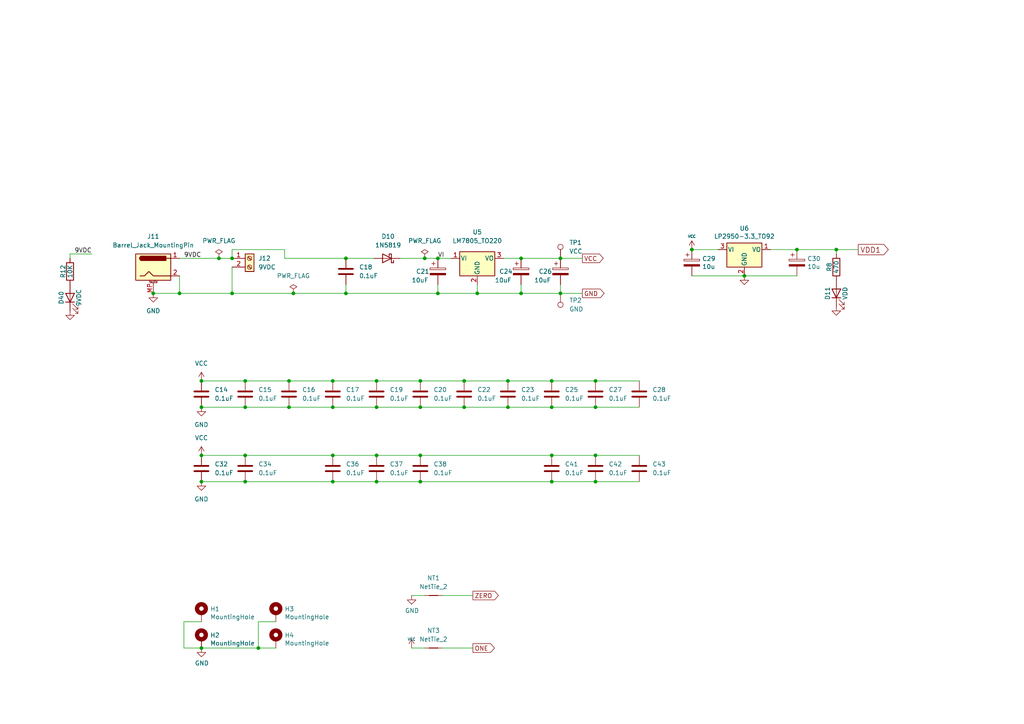
<source format=kicad_sch>
(kicad_sch (version 20211123) (generator eeschema)
  (paper "A4")
  (lib_symbols
    (symbol "Connector:Barrel_Jack_MountingPin" (pin_names hide)
      (property "Reference" "J" (at 0 5.334 0))
      (property "Value" "Barrel_Jack_MountingPin" (at 1.27 -6.35 0))
      (symbol "Barrel_Jack_MountingPin_0_1"
        (rectangle (start -5.08 3.81) (end 5.08 -3.81) (stroke (width 0.254)) (fill (type background)))
        (arc (start -3.302 3.175) (mid -3.937 2.54) (end -3.302 1.905) (stroke (width 0.254)))
        (arc (start -3.302 3.175) (mid -3.937 2.54) (end -3.302 1.905) (stroke (width 0.254)) (fill (type outline)))
        (polyline (pts (xy 5.08 2.54) (xy 3.81 2.54)) (stroke (width 0.254)))
        (polyline (pts (xy -3.81 -2.54) (xy -2.54 -2.54) (xy -1.27 -1.27) (xy 0 -2.54) (xy 2.54 -2.54) (xy 5.08 -2.54)) (stroke (width 0.254)))
        (rectangle (start 3.683 3.175) (end -3.302 1.905) (stroke (width 0.254)) (fill (type outline)))
      )
      (symbol "Barrel_Jack_MountingPin_1_1"
        (polyline (pts (xy -1.016 -4.572) (xy 1.016 -4.572)) (stroke (width 0.1524)))
        (text "Mounting" (at 0 -4.191 0) (effects (font (size 0.381 0.381))))
        (pin passive line (at 7.62 2.54 180) (length 2.54) (name "~") (number "1"))
        (pin passive line (at 7.62 -2.54 180) (length 2.54) (name "~") (number "2"))
        (pin passive line (at 0 -7.62 90) (length 3.048) (name "MountPin") (number "MP"))
      )
    )
    (symbol "Connector:Screw_Terminal_01x02" (pin_names (offset 1.016) hide)
      (property "Reference" "J" (at 0 2.54 0))
      (property "Value" "Screw_Terminal_01x02" (at 0 -5.08 0))
      (symbol "Screw_Terminal_01x02_1_1"
        (rectangle (start -1.27 1.27) (end 1.27 -3.81) (stroke (width 0.254)) (fill (type background)))
        (circle (center 0 -2.54) (radius 0.635) (stroke (width 0.1524)))
        (polyline (pts (xy -0.5334 -2.2098) (xy 0.3302 -3.048)) (stroke (width 0.1524)))
        (polyline (pts (xy -0.5334 0.3302) (xy 0.3302 -0.508)) (stroke (width 0.1524)))
        (polyline (pts (xy -0.3556 -2.032) (xy 0.508 -2.8702)) (stroke (width 0.1524)))
        (polyline (pts (xy -0.3556 0.508) (xy 0.508 -0.3302)) (stroke (width 0.1524)))
        (circle (center 0 0) (radius 0.635) (stroke (width 0.1524)))
        (pin passive line (at -5.08 0 0) (length 3.81) (name "Pin_1") (number "1"))
        (pin passive line (at -5.08 -2.54 0) (length 3.81) (name "Pin_2") (number "2"))
      )
    )
    (symbol "Connector:TestPoint" (pin_numbers hide) (pin_names (offset 0.762) hide)
      (property "Reference" "TP" (at 0 6.858 0))
      (property "Value" "TestPoint" (at 0 5.08 0))
      (symbol "TestPoint_0_1"
        (circle (center 0 3.302) (radius 0.762))
      )
      (symbol "TestPoint_1_1"
        (pin passive line (at 0 0 90) (length 2.54) (name "1") (number "1"))
      )
    )
    (symbol "Device:C" (pin_numbers hide) (pin_names (offset 0.254))
      (property "Reference" "C" (at 0.635 2.54 0))
      (property "Value" "C" (at 0.635 -2.54 0))
      (symbol "C_0_1"
        (polyline (pts (xy -2.032 -0.762) (xy 2.032 -0.762)) (stroke (width 0.508)))
        (polyline (pts (xy -2.032 0.762) (xy 2.032 0.762)) (stroke (width 0.508)))
      )
      (symbol "C_1_1"
        (pin passive line (at 0 3.81 270) (length 2.794) (name "~") (number "1"))
        (pin passive line (at 0 -3.81 90) (length 2.794) (name "~") (number "2"))
      )
    )
    (symbol "Device:C_Polarized" (pin_numbers hide) (pin_names (offset 0.254))
      (property "Reference" "C" (at 0.635 2.54 0))
      (property "Value" "C_Polarized" (at 0.635 -2.54 0))
      (symbol "C_Polarized_0_1"
        (rectangle (start -2.286 0.508) (end 2.286 1.016))
        (polyline (pts (xy -1.778 2.286) (xy -0.762 2.286)))
        (polyline (pts (xy -1.27 2.794) (xy -1.27 1.778)))
        (rectangle (start 2.286 -0.508) (end -2.286 -1.016) (fill (type outline)))
      )
      (symbol "C_Polarized_1_1"
        (pin passive line (at 0 3.81 270) (length 2.794) (name "~") (number "1"))
        (pin passive line (at 0 -3.81 90) (length 2.794) (name "~") (number "2"))
      )
    )
    (symbol "Device:LED" (pin_numbers hide) (pin_names (offset 1.016) hide)
      (property "Reference" "D" (at 0 2.54 0))
      (property "Value" "LED" (at 0 -2.54 0))
      (symbol "LED_0_1"
        (polyline (pts (xy -1.27 -1.27) (xy -1.27 1.27)) (stroke (width 0.254)))
        (polyline (pts (xy -1.27 0) (xy 1.27 0)))
        (polyline (pts (xy 1.27 -1.27) (xy 1.27 1.27) (xy -1.27 0) (xy 1.27 -1.27)) (stroke (width 0.254)))
        (polyline (pts (xy -3.048 -0.762) (xy -4.572 -2.286) (xy -3.81 -2.286) (xy -4.572 -2.286) (xy -4.572 -1.524)))
        (polyline (pts (xy -1.778 -0.762) (xy -3.302 -2.286) (xy -2.54 -2.286) (xy -3.302 -2.286) (xy -3.302 -1.524)))
      )
      (symbol "LED_1_1"
        (pin passive line (at -3.81 0 0) (length 2.54) (name "K") (number "1"))
        (pin passive line (at 3.81 0 180) (length 2.54) (name "A") (number "2"))
      )
    )
    (symbol "Device:NetTie_2" (pin_numbers hide) (pin_names (offset 0) hide) (in_bom no)
      (property "Reference" "NT" (at 0 1.27 0))
      (property "Value" "NetTie_2" (at 0 -1.27 0))
      (symbol "NetTie_2_0_1"
        (polyline (pts (xy -1.27 0) (xy 1.27 0)) (stroke (width 0.254)))
      )
      (symbol "NetTie_2_1_1"
        (pin passive line (at -2.54 0 0) (length 2.54) (name "1") (number "1"))
        (pin passive line (at 2.54 0 180) (length 2.54) (name "2") (number "2"))
      )
    )
    (symbol "Device:R" (pin_numbers hide) (pin_names (offset 0))
      (property "Reference" "R" (at 2.032 0 90))
      (property "Value" "R" (at 0 0 90))
      (symbol "R_0_1"
        (rectangle (start -1.016 -2.54) (end 1.016 2.54) (stroke (width 0.254)))
      )
      (symbol "R_1_1"
        (pin passive line (at 0 3.81 270) (length 1.27) (name "~") (number "1"))
        (pin passive line (at 0 -3.81 90) (length 1.27) (name "~") (number "2"))
      )
    )
    (symbol "Diode:1N5819" (pin_numbers hide) (pin_names (offset 1.016) hide)
      (property "Reference" "D" (at 0 2.54 0))
      (property "Value" "1N5819" (at 0 -2.54 0))
      (symbol "1N5819_0_1"
        (polyline (pts (xy 1.27 0) (xy -1.27 0)))
        (polyline (pts (xy 1.27 1.27) (xy 1.27 -1.27) (xy -1.27 0) (xy 1.27 1.27)) (stroke (width 0.254)))
        (polyline (pts (xy -1.905 0.635) (xy -1.905 1.27) (xy -1.27 1.27) (xy -1.27 -1.27) (xy -0.635 -1.27) (xy -0.635 -0.635)) (stroke (width 0.254)))
      )
      (symbol "1N5819_1_1"
        (pin passive line (at -3.81 0 0) (length 2.54) (name "K") (number "1"))
        (pin passive line (at 3.81 0 180) (length 2.54) (name "A") (number "2"))
      )
    )
    (symbol "Mechanical:MountingHole_Pad" (pin_numbers hide) (pin_names (offset 1.016) hide)
      (property "Reference" "H" (at 0 6.35 0))
      (property "Value" "MountingHole_Pad" (at 0 4.445 0))
      (symbol "MountingHole_Pad_0_1"
        (circle (center 0 1.27) (radius 1.27) (stroke (width 1.27)))
      )
      (symbol "MountingHole_Pad_1_1"
        (pin input line (at 0 -2.54 90) (length 2.54) (name "1") (number "1"))
      )
    )
    (symbol "Regulator_Linear:LM7805_TO220" (pin_names (offset 0.254))
      (property "Reference" "U" (at -3.81 3.175 0))
      (property "Value" "LM7805_TO220" (at 0 3.175 0))
      (symbol "LM7805_TO220_0_1"
        (rectangle (start -5.08 1.905) (end 5.08 -5.08) (stroke (width 0.254)) (fill (type background)))
      )
      (symbol "LM7805_TO220_1_1"
        (pin power_in line (at -7.62 0 0) (length 2.54) (name "VI") (number "1"))
        (pin power_in line (at 0 -7.62 90) (length 2.54) (name "GND") (number "2"))
        (pin power_out line (at 7.62 0 180) (length 2.54) (name "VO") (number "3"))
      )
    )
    (symbol "Regulator_Linear:LP2950-3.3_TO92" (pin_names (offset 0.254))
      (property "Reference" "U" (at -3.81 3.175 0))
      (property "Value" "LP2950-3.3_TO92" (at 0 3.175 0))
      (symbol "LP2950-3.3_TO92_0_1"
        (rectangle (start -5.08 -5.08) (end 5.08 1.905) (stroke (width 0.254)) (fill (type background)))
      )
      (symbol "LP2950-3.3_TO92_1_1"
        (pin power_out line (at 7.62 0 180) (length 2.54) (name "VO") (number "1"))
        (pin power_in line (at 0 -7.62 90) (length 2.54) (name "GND") (number "2"))
        (pin power_in line (at -7.62 0 0) (length 2.54) (name "VI") (number "3"))
      )
    )
    (symbol "power:GND" (power) (pin_names (offset 0))
      (property "Value" "GND" (at 0 -3.81 0))
      (symbol "GND_0_1"
        (polyline (pts (xy 0 0) (xy 0 -1.27) (xy 1.27 -1.27) (xy 0 -2.54) (xy -1.27 -1.27) (xy 0 -1.27)))
      )
      (symbol "GND_1_1"
        (pin power_in line (at 0 0 270) (length 0) hide (name "GND") (number "1"))
      )
    )
    (symbol "power:PWR_FLAG" (power) (pin_numbers hide) (pin_names (offset 0) hide)
      (property "Value" "PWR_FLAG" (at 0 3.81 0))
      (symbol "PWR_FLAG_0_0"
        (pin power_out line (at 0 0 90) (length 0) (name "pwr") (number "1"))
      )
      (symbol "PWR_FLAG_0_1"
        (polyline (pts (xy 0 0) (xy 0 1.27) (xy -1.016 1.905) (xy 0 2.54) (xy 1.016 1.905) (xy 0 1.27)))
      )
    )
    (symbol "power:VCC" (power) (pin_names (offset 0))
      (property "Value" "VCC" (at 0 3.81 0))
      (symbol "VCC_0_1"
        (polyline (pts (xy -0.762 1.27) (xy 0 2.54)))
        (polyline (pts (xy 0 0) (xy 0 2.54)))
        (polyline (pts (xy 0 2.54) (xy 0.762 1.27)))
      )
      (symbol "VCC_1_1"
        (pin power_in line (at 0 0 90) (length 0) hide (name "VCC") (number "1"))
      )
    )
  )
  (junction (at 151.13 85.09))
  (junction (at 63.5 74.93))
  (junction (at 74.93 187.96))
  (junction (at 242.57 72.39))
  (junction (at 83.82 118.11))
  (junction (at 58.42 187.96))
  (junction (at 71.12 118.11))
  (junction (at 58.42 118.11))
  (junction (at 83.82 110.49))
  (junction (at 162.56 85.09))
  (junction (at 96.52 118.11))
  (junction (at 123.19 74.93))
  (junction (at 109.22 110.49))
  (junction (at 58.42 139.7))
  (junction (at 160.02 110.49))
  (junction (at 160.02 139.7))
  (junction (at 44.45 85.09))
  (junction (at 121.92 139.7))
  (junction (at 58.42 110.49))
  (junction (at 162.56 74.93))
  (junction (at 200.66 72.39))
  (junction (at 231.14 72.39))
  (junction (at 100.33 74.93))
  (junction (at 121.92 118.11))
  (junction (at 151.13 74.93))
  (junction (at 109.22 118.11))
  (junction (at 215.9 80.01))
  (junction (at 172.72 118.11))
  (junction (at 172.72 139.7))
  (junction (at 52.07 85.09))
  (junction (at 109.22 132.08))
  (junction (at 160.02 118.11))
  (junction (at 160.02 132.08))
  (junction (at 138.43 85.09))
  (junction (at 96.52 132.08))
  (junction (at 121.92 132.08))
  (junction (at 71.12 139.7))
  (junction (at 67.31 85.09))
  (junction (at 58.42 132.08))
  (junction (at 127 74.93))
  (junction (at 134.62 110.49))
  (junction (at 109.22 139.7))
  (junction (at 127 85.09))
  (junction (at 134.62 118.11))
  (junction (at 172.72 110.49))
  (junction (at 121.92 110.49))
  (junction (at 172.72 132.08))
  (junction (at 96.52 110.49))
  (junction (at 71.12 132.08))
  (junction (at 67.31 74.93))
  (junction (at 147.32 118.11))
  (junction (at 96.52 139.7))
  (junction (at 85.09 85.09))
  (junction (at 71.12 110.49))
  (junction (at 147.32 110.49))
  (junction (at 100.33 85.09))
  (wire (pts (xy 58.42 110.49) (xy 71.12 110.49)))
  (wire (pts (xy 74.93 180.34) (xy 74.93 187.96)))
  (wire (pts (xy 83.82 118.11) (xy 96.52 118.11)))
  (wire (pts (xy 109.22 118.11) (xy 121.92 118.11)))
  (wire (pts (xy 83.82 110.49) (xy 96.52 110.49)))
  (wire (pts (xy 162.56 82.55) (xy 162.56 85.09)))
  (wire (pts (xy 162.56 74.93) (xy 168.91 74.93)))
  (wire (pts (xy 138.43 85.09) (xy 151.13 85.09)))
  (wire (pts (xy 82.55 74.93) (xy 100.33 74.93)))
  (wire (pts (xy 123.19 74.93) (xy 127 74.93)))
  (wire (pts (xy 20.32 73.66) (xy 26.67 73.66)))
  (wire (pts (xy 151.13 82.55) (xy 151.13 85.09)))
  (wire (pts (xy 100.33 74.93) (xy 108.4333 74.93)))
  (wire (pts (xy 119.38 187.96) (xy 123.19 187.96)))
  (wire (pts (xy 242.57 72.39) (xy 248.92 72.39)))
  (wire (pts (xy 200.66 80.01) (xy 215.9 80.01)))
  (wire (pts (xy 109.22 139.7) (xy 121.92 139.7)))
  (wire (pts (xy 52.07 85.09) (xy 67.31 85.09)))
  (wire (pts (xy 242.57 73.66) (xy 242.57 72.39)))
  (wire (pts (xy 96.52 118.11) (xy 109.22 118.11)))
  (wire (pts (xy 63.5 74.93) (xy 67.31 74.93)))
  (wire (pts (xy 20.32 74.93) (xy 20.32 73.66)))
  (wire (pts (xy 128.27 187.96) (xy 137.16 187.96)))
  (wire (pts (xy 52.07 74.93) (xy 63.5 74.93)))
  (wire (pts (xy 160.02 110.49) (xy 172.72 110.49)))
  (wire (pts (xy 58.42 132.08) (xy 71.12 132.08)))
  (wire (pts (xy 67.31 74.93) (xy 67.31 72.39)))
  (wire (pts (xy 147.32 110.49) (xy 160.02 110.49)))
  (wire (pts (xy 172.72 110.49) (xy 185.42 110.49)))
  (wire (pts (xy 138.43 82.55) (xy 138.43 85.09)))
  (wire (pts (xy 82.55 72.39) (xy 82.55 74.93)))
  (wire (pts (xy 134.62 110.49) (xy 147.32 110.49)))
  (wire (pts (xy 58.42 187.96) (xy 53.34 187.96)))
  (wire (pts (xy 67.31 77.47) (xy 67.31 85.09)))
  (wire (pts (xy 52.07 80.01) (xy 52.07 85.09)))
  (wire (pts (xy 172.72 139.7) (xy 185.42 139.7)))
  (wire (pts (xy 109.22 132.08) (xy 121.92 132.08)))
  (wire (pts (xy 127 82.55) (xy 127 85.09)))
  (wire (pts (xy 128.27 172.72) (xy 137.16 172.72)))
  (wire (pts (xy 231.14 72.39) (xy 242.57 72.39)))
  (wire (pts (xy 53.34 180.34) (xy 53.34 187.96)))
  (wire (pts (xy 147.32 118.11) (xy 160.02 118.11)))
  (wire (pts (xy 109.22 110.49) (xy 121.92 110.49)))
  (wire (pts (xy 100.33 82.55) (xy 100.33 85.09)))
  (wire (pts (xy 200.66 72.39) (xy 208.28 72.39)))
  (wire (pts (xy 100.33 85.09) (xy 127 85.09)))
  (wire (pts (xy 146.05 74.93) (xy 151.13 74.93)))
  (wire (pts (xy 160.02 139.7) (xy 172.72 139.7)))
  (wire (pts (xy 151.13 74.93) (xy 162.56 74.93)))
  (wire (pts (xy 85.09 85.09) (xy 100.33 85.09)))
  (wire (pts (xy 172.72 132.08) (xy 185.42 132.08)))
  (wire (pts (xy 58.42 118.11) (xy 71.12 118.11)))
  (wire (pts (xy 52.07 85.09) (xy 44.45 85.09)))
  (wire (pts (xy 162.56 85.09) (xy 168.91 85.09)))
  (wire (pts (xy 151.13 85.09) (xy 162.56 85.09)))
  (wire (pts (xy 160.02 132.08) (xy 172.72 132.08)))
  (wire (pts (xy 80.01 180.34) (xy 74.93 180.34)))
  (wire (pts (xy 80.01 187.96) (xy 74.93 187.96)))
  (wire (pts (xy 121.92 110.49) (xy 134.62 110.49)))
  (wire (pts (xy 67.31 85.09) (xy 85.09 85.09)))
  (wire (pts (xy 58.42 139.7) (xy 71.12 139.7)))
  (wire (pts (xy 121.92 132.08) (xy 160.02 132.08)))
  (wire (pts (xy 96.52 110.49) (xy 109.22 110.49)))
  (wire (pts (xy 71.12 110.49) (xy 83.82 110.49)))
  (wire (pts (xy 127 74.93) (xy 130.81 74.93)))
  (wire (pts (xy 96.52 132.08) (xy 109.22 132.08)))
  (wire (pts (xy 71.12 139.7) (xy 96.52 139.7)))
  (wire (pts (xy 134.62 118.11) (xy 147.32 118.11)))
  (wire (pts (xy 71.12 118.11) (xy 83.82 118.11)))
  (wire (pts (xy 127 85.09) (xy 138.43 85.09)))
  (wire (pts (xy 172.72 118.11) (xy 185.42 118.11)))
  (wire (pts (xy 215.9 80.01) (xy 231.14 80.01)))
  (wire (pts (xy 67.31 72.39) (xy 82.55 72.39)))
  (wire (pts (xy 121.92 139.7) (xy 160.02 139.7)))
  (wire (pts (xy 223.52 72.39) (xy 231.14 72.39)))
  (wire (pts (xy 58.42 187.96) (xy 74.93 187.96)))
  (wire (pts (xy 96.52 139.7) (xy 109.22 139.7)))
  (wire (pts (xy 121.92 118.11) (xy 134.62 118.11)))
  (wire (pts (xy 160.02 118.11) (xy 172.72 118.11)))
  (wire (pts (xy 58.42 180.34) (xy 53.34 180.34)))
  (wire (pts (xy 116.0533 74.93) (xy 123.19 74.93)))
  (wire (pts (xy 71.12 132.08) (xy 96.52 132.08)))
  (wire (pts (xy 119.38 172.72) (xy 123.19 172.72)))
  (label "9VDC" (at 53.34 74.93 0))
  (label "VI" (at 127 74.93 0))
  (label "9VDC" (at 21.59 73.66 0))
  (global_label "VDD1" (shape output) (at 248.92 72.39 0) (effects (font (size 1.524 1.524))) (property "Intersheet References" "${INTERSHEET_REFS}" (effects hide)))
  (global_label "ZERO" (shape output) (at 137.16 172.72 0) (property "Intersheet References" "${INTERSHEET_REFS}" (effects hide)))
  (global_label "VCC" (shape output) (at 168.91 74.93 0) (property "Intersheet References" "${INTERSHEET_REFS}" (effects hide)))
  (global_label "ONE" (shape output) (at 137.16 187.96 0) (property "Intersheet References" "${INTERSHEET_REFS}" (effects hide)))
  (global_label "GND" (shape output) (at 168.91 85.09 0) (property "Intersheet References" "${INTERSHEET_REFS}" (effects hide)))
  (symbol (lib_id "power:GND") (at 58.42 187.96 0) (unit 1)
    (property "Reference" "#PWR076" (effects hide))
    (property "Value" "GND" (at 58.547 192.3542 0))
  )
  (symbol (lib_id "Mechanical:MountingHole_Pad") (at 58.42 177.8 0) (unit 1)
    (property "Reference" "H1" (at 60.96 176.6316 0) (effects (justify left)))
    (property "Value" "MountingHole" (at 60.96 178.943 0) (effects (justify left)))
    (property "Footprint" "MountingHole:MountingHole_3.2mm_M3_Pad" (effects hide))
  )
  (symbol (lib_id "power:GND") (at 20.32 90.17 0) (unit 1)
    (property "Reference" "#PWR068" (effects hide))
    (property "Value" "GND" (effects hide))
  )
  (symbol (lib_id "Device:LED") (at 242.57 85.09 90) (unit 1)
    (property "Reference" "D11" (at 240.03 85.09 0))
    (property "Value" "VDD" (at 245.11 85.09 0))
    (property "Footprint" "LED_THT:LED_D3.0mm" (effects hide))
  )
  (symbol (lib_id "Connector:TestPoint") (at 162.56 85.09 180) (unit 1)
    (property "Reference" "TP2" (at 165.1 87.1219 0) (effects (justify right)))
    (property "Value" "GND" (at 165.1 89.6619 0) (effects (justify right)))
    (property "Footprint" "Connector_PinHeader_2.54mm:PinHeader_1x01_P2.54mm_Vertical" (effects hide))
  )
  (symbol (lib_id "Device:C") (at 100.33 78.74 0) (unit 1)
    (property "Reference" "C18" (at 104.14 77.4699 0) (effects (justify left)))
    (property "Value" "0.1uF" (at 104.14 80.0099 0) (effects (justify left)))
    (property "Footprint" "Capacitor_THT:C_Disc_D5.0mm_W2.5mm_P5.00mm" (effects hide))
  )
  (symbol (lib_id "Device:NetTie_2") (at 125.73 187.96 0) (unit 1) (in_bom no)
    (property "Reference" "NT3" (at 125.73 182.88 0))
    (property "Value" "NetTie_2" (at 125.73 185.42 0))
    (property "Footprint" "NetTie:NetTie-2_THT_Pad0.3mm" (effects hide))
  )
  (symbol (lib_id "Device:C") (at 96.52 135.89 0) (unit 1)
    (property "Reference" "C36" (at 100.33 134.6199 0) (effects (justify left)))
    (property "Value" "0.1uF" (at 100.33 137.1599 0) (effects (justify left)))
    (property "Footprint" "Capacitor_THT:C_Disc_D5.0mm_W2.5mm_P5.00mm" (effects hide))
  )
  (symbol (lib_id "Device:R") (at 20.32 78.74 180) (unit 1)
    (property "Reference" "R12" (at 18.288 78.74 90))
    (property "Value" "10K" (at 20.32 78.74 90))
    (property "Footprint" "Resistor_THT:R_Axial_DIN0207_L6.3mm_D2.5mm_P7.62mm_Horizontal" (effects hide))
  )
  (symbol (lib_id "Device:C") (at 121.92 135.89 0) (unit 1)
    (property "Reference" "C38" (at 125.73 134.6199 0) (effects (justify left)))
    (property "Value" "0.1uF" (at 125.73 137.1599 0) (effects (justify left)))
    (property "Footprint" "Capacitor_THT:C_Disc_D5.0mm_W2.5mm_P5.00mm" (effects hide))
  )
  (symbol (lib_id "Device:C") (at 96.52 114.3 0) (unit 1)
    (property "Reference" "C17" (at 100.33 113.0299 0) (effects (justify left)))
    (property "Value" "0.1uF" (at 100.33 115.5699 0) (effects (justify left)))
    (property "Footprint" "Capacitor_THT:C_Disc_D5.0mm_W2.5mm_P5.00mm" (effects hide))
  )
  (symbol (lib_id "Connector:Barrel_Jack_MountingPin") (at 44.45 77.47 0) (unit 1)
    (property "Reference" "J11" (at 44.45 68.58 0))
    (property "Value" "Barrel_Jack_MountingPin" (at 44.45 71.12 0))
    (property "Footprint" "Connector_BarrelJack:BarrelJack_Horizontal" (effects hide))
  )
  (symbol (lib_id "power:VCC") (at 58.42 132.08 0) (unit 1)
    (property "Reference" "#PWR077" (effects hide))
    (property "Value" "VCC" (at 58.42 127 0))
  )
  (symbol (lib_id "Device:C") (at 172.72 135.89 0) (unit 1)
    (property "Reference" "C42" (at 176.53 134.6199 0) (effects (justify left)))
    (property "Value" "0.1uF" (at 176.53 137.1599 0) (effects (justify left)))
    (property "Footprint" "Capacitor_THT:C_Disc_D5.0mm_W2.5mm_P5.00mm" (effects hide))
  )
  (symbol (lib_id "power:PWR_FLAG") (at 63.5 74.93 0) (unit 1)
    (property "Reference" "#FLG04" (effects hide))
    (property "Value" "PWR_FLAG" (at 63.5 69.85 0))
  )
  (symbol (lib_id "Mechanical:MountingHole_Pad") (at 58.42 185.42 0) (unit 1)
    (property "Reference" "H2" (at 60.96 184.2516 0) (effects (justify left)))
    (property "Value" "MountingHole" (at 60.96 186.563 0) (effects (justify left)))
    (property "Footprint" "MountingHole:MountingHole_3.2mm_M3_Pad" (effects hide))
  )
  (symbol (lib_id "power:GND") (at 242.57 88.9 0) (unit 1)
    (property "Reference" "#PWR023" (effects hide))
    (property "Value" "GND" (effects hide))
  )
  (symbol (lib_id "Device:C") (at 109.22 135.89 0) (unit 1)
    (property "Reference" "C37" (at 113.03 134.6199 0) (effects (justify left)))
    (property "Value" "0.1uF" (at 113.03 137.1599 0) (effects (justify left)))
    (property "Footprint" "Capacitor_THT:C_Disc_D5.0mm_W2.5mm_P5.00mm" (effects hide))
  )
  (symbol (lib_id "power:PWR_FLAG") (at 85.09 85.09 0) (unit 1)
    (property "Reference" "#FLG05" (effects hide))
    (property "Value" "PWR_FLAG" (at 85.09 80.01 0))
  )
  (symbol (lib_id "power:VCC") (at 58.42 110.49 0) (unit 1)
    (property "Reference" "#PWR019" (effects hide))
    (property "Value" "VCC" (at 58.42 105.41 0))
  )
  (symbol (lib_id "Device:C_Polarized") (at 162.56 78.74 0) (unit 1)
    (property "Reference" "C26" (at 156.21 78.74 0) (effects (justify left)))
    (property "Value" "10uF" (at 154.94 81.28 0) (effects (justify left)))
    (property "Footprint" "Capacitor_THT:CP_Radial_D5.0mm_P2.50mm" (effects hide))
  )
  (symbol (lib_id "power:GND") (at 58.42 118.11 0) (unit 1)
    (property "Reference" "#PWR020" (effects hide))
    (property "Value" "GND" (at 58.42 123.19 0))
  )
  (symbol (lib_id "Device:C") (at 185.42 135.89 0) (unit 1)
    (property "Reference" "C43" (at 189.23 134.6199 0) (effects (justify left)))
    (property "Value" "0.1uF" (at 189.23 137.1599 0) (effects (justify left)))
    (property "Footprint" "Capacitor_THT:C_Disc_D5.0mm_W2.5mm_P5.00mm" (effects hide))
  )
  (symbol (lib_id "Device:R") (at 242.57 77.47 180) (unit 1)
    (property "Reference" "R8" (at 240.538 77.47 90))
    (property "Value" "470" (at 242.57 77.47 90))
    (property "Footprint" "Resistor_THT:R_Axial_DIN0207_L6.3mm_D2.5mm_P7.62mm_Horizontal" (effects hide))
  )
  (symbol (lib_id "Device:C") (at 71.12 114.3 0) (unit 1)
    (property "Reference" "C15" (at 74.93 113.0299 0) (effects (justify left)))
    (property "Value" "0.1uF" (at 74.93 115.5699 0) (effects (justify left)))
    (property "Footprint" "Capacitor_THT:C_Disc_D5.0mm_W2.5mm_P5.00mm" (effects hide))
  )
  (symbol (lib_id "power:PWR_FLAG") (at 123.19 74.93 0) (unit 1)
    (property "Reference" "#FLG06" (effects hide))
    (property "Value" "PWR_FLAG" (at 123.19 69.85 0))
  )
  (symbol (lib_id "power:VCC") (at 119.38 187.96 0) (unit 1)
    (property "Reference" "#PWR052" (effects hide))
    (property "Value" "VCC" (at 119.38 185.42 0) (effects (font (size 0.762 0.762))))
  )
  (symbol (lib_id "Device:C") (at 160.02 135.89 0) (unit 1)
    (property "Reference" "C41" (at 163.83 134.6199 0) (effects (justify left)))
    (property "Value" "0.1uF" (at 163.83 137.1599 0) (effects (justify left)))
    (property "Footprint" "Capacitor_THT:C_Disc_D5.0mm_W2.5mm_P5.00mm" (effects hide))
  )
  (symbol (lib_id "Diode:1N5819") (at 112.2433 74.93 180) (unit 1)
    (property "Reference" "D10" (at 112.5608 68.58 0))
    (property "Value" "1N5819" (at 112.5608 71.12 0))
    (property "Footprint" "Diode_THT:D_DO-41_SOD81_P10.16mm_Horizontal" (effects hide))
    (property "Datasheet" "http://www.vishay.com/docs/88525/1n5817.pdf" (effects hide))
  )
  (symbol (lib_id "Device:C") (at 160.02 114.3 0) (unit 1)
    (property "Reference" "C25" (at 163.83 113.0299 0) (effects (justify left)))
    (property "Value" "0.1uF" (at 163.83 115.5699 0) (effects (justify left)))
    (property "Footprint" "Capacitor_THT:C_Disc_D5.0mm_W2.5mm_P5.00mm" (effects hide))
  )
  (symbol (lib_id "Device:C") (at 58.42 114.3 0) (unit 1)
    (property "Reference" "C14" (at 62.23 113.0299 0) (effects (justify left)))
    (property "Value" "0.1uF" (at 62.23 115.5699 0) (effects (justify left)))
    (property "Footprint" "Capacitor_THT:C_Disc_D5.0mm_W2.5mm_P5.00mm" (effects hide))
  )
  (symbol (lib_id "Device:C_Polarized") (at 151.13 78.74 0) (unit 1)
    (property "Reference" "C24" (at 144.78 78.74 0) (effects (justify left)))
    (property "Value" "10uF" (at 143.51 81.28 0) (effects (justify left)))
    (property "Footprint" "Capacitor_THT:CP_Radial_D5.0mm_P2.50mm" (effects hide))
  )
  (symbol (lib_id "Device:C_Polarized") (at 231.14 76.2 0) (unit 1)
    (property "Reference" "C30" (at 234.1372 75.0316 0) (effects (justify left)))
    (property "Value" "10u" (at 234.1372 77.343 0) (effects (justify left)))
    (property "Footprint" "Capacitor_THT:CP_Radial_D5.0mm_P2.50mm" (effects hide))
  )
  (symbol (lib_id "Device:C") (at 109.22 114.3 0) (unit 1)
    (property "Reference" "C19" (at 113.03 113.0299 0) (effects (justify left)))
    (property "Value" "0.1uF" (at 113.03 115.5699 0) (effects (justify left)))
    (property "Footprint" "Capacitor_THT:C_Disc_D5.0mm_W2.5mm_P5.00mm" (effects hide))
  )
  (symbol (lib_id "Device:C") (at 71.12 135.89 0) (unit 1)
    (property "Reference" "C34" (at 74.93 134.6199 0) (effects (justify left)))
    (property "Value" "0.1uF" (at 74.93 137.1599 0) (effects (justify left)))
    (property "Footprint" "Capacitor_THT:C_Disc_D5.0mm_W2.5mm_P5.00mm" (effects hide))
  )
  (symbol (lib_id "Connector:TestPoint") (at 162.56 74.93 0) (unit 1)
    (property "Reference" "TP1" (at 165.1 70.3579 0) (effects (justify left)))
    (property "Value" "VCC" (at 165.1 72.8979 0) (effects (justify left)))
    (property "Footprint" "Connector_PinHeader_2.54mm:PinHeader_1x01_P2.54mm_Vertical" (effects hide))
  )
  (symbol (lib_id "Regulator_Linear:LP2950-3.3_TO92") (at 215.9 72.39 0) (unit 1)
    (property "Reference" "U6" (at 215.9 66.2432 0))
    (property "Value" "LP2950-3.3_TO92" (at 215.9 68.5546 0))
    (property "Footprint" "Package_TO_SOT_THT:TO-92_HandSolder" (effects hide))
    (property "Datasheet" "http://www.ti.com/lit/ds/symlink/lp2950.pdf" (effects hide))
  )
  (symbol (lib_id "Connector:Screw_Terminal_01x02") (at 72.39 74.93 0) (unit 1)
    (property "Reference" "J12" (at 74.93 74.9299 0) (effects (justify left)))
    (property "Value" "9VDC" (at 74.93 77.4699 0) (effects (justify left)))
    (property "Footprint" "TerminalBlock_Phoenix:TerminalBlock_Phoenix_MKDS-1,5-2-5.08_1x02_P5.08mm_Horizontal" (effects hide))
  )
  (symbol (lib_id "Device:LED") (at 20.32 86.36 90) (unit 1)
    (property "Reference" "D40" (at 17.78 86.36 0))
    (property "Value" "9VDC" (at 22.86 86.36 0))
    (property "Footprint" "LED_THT:LED_D3.0mm" (effects hide))
  )
  (symbol (lib_id "power:VCC") (at 200.66 72.39 0) (unit 1)
    (property "Reference" "#PWR021" (effects hide))
    (property "Value" "VCC" (at 200.66 68.58 0) (effects (font (size 0.762 0.762))))
  )
  (symbol (lib_id "Device:C") (at 83.82 114.3 0) (unit 1)
    (property "Reference" "C16" (at 87.63 113.0299 0) (effects (justify left)))
    (property "Value" "0.1uF" (at 87.63 115.5699 0) (effects (justify left)))
    (property "Footprint" "Capacitor_THT:C_Disc_D5.0mm_W2.5mm_P5.00mm" (effects hide))
  )
  (symbol (lib_id "Device:NetTie_2") (at 125.73 172.72 0) (unit 1) (in_bom no)
    (property "Reference" "NT1" (at 125.73 167.64 0))
    (property "Value" "NetTie_2" (at 125.73 170.18 0))
    (property "Footprint" "NetTie:NetTie-2_THT_Pad0.3mm" (effects hide))
  )
  (symbol (lib_id "power:GND") (at 44.45 85.09 0) (unit 1)
    (property "Reference" "#PWR018" (effects hide))
    (property "Value" "GND" (at 44.45 90.17 0))
  )
  (symbol (lib_id "power:GND") (at 119.38 172.72 0) (unit 1)
    (property "Reference" "#PWR010" (effects hide))
    (property "Value" "GND" (at 119.507 177.1142 0))
  )
  (symbol (lib_id "Device:C") (at 134.62 114.3 0) (unit 1)
    (property "Reference" "C22" (at 138.43 113.0299 0) (effects (justify left)))
    (property "Value" "0.1uF" (at 138.43 115.5699 0) (effects (justify left)))
    (property "Footprint" "Capacitor_THT:C_Disc_D5.0mm_W2.5mm_P5.00mm" (effects hide))
  )
  (symbol (lib_id "Device:C_Polarized") (at 200.66 76.2 0) (unit 1)
    (property "Reference" "C29" (at 203.6572 75.0316 0) (effects (justify left)))
    (property "Value" "10u" (at 203.6572 77.343 0) (effects (justify left)))
    (property "Footprint" "Capacitor_THT:CP_Radial_D5.0mm_P2.50mm" (effects hide))
  )
  (symbol (lib_id "Device:C") (at 121.92 114.3 0) (unit 1)
    (property "Reference" "C20" (at 125.73 113.0299 0) (effects (justify left)))
    (property "Value" "0.1uF" (at 125.73 115.5699 0) (effects (justify left)))
    (property "Footprint" "Capacitor_THT:C_Disc_D5.0mm_W2.5mm_P5.00mm" (effects hide))
  )
  (symbol (lib_id "power:GND") (at 215.9 80.01 0) (unit 1)
    (property "Reference" "#PWR022" (effects hide))
    (property "Value" "GND" (effects hide))
  )
  (symbol (lib_id "Device:C") (at 172.72 114.3 0) (unit 1)
    (property "Reference" "C27" (at 176.53 113.0299 0) (effects (justify left)))
    (property "Value" "0.1uF" (at 176.53 115.5699 0) (effects (justify left)))
    (property "Footprint" "Capacitor_THT:C_Disc_D5.0mm_W2.5mm_P5.00mm" (effects hide))
  )
  (symbol (lib_id "power:GND") (at 58.42 139.7 0) (unit 1)
    (property "Reference" "#PWR078" (effects hide))
    (property "Value" "GND" (at 58.42 144.78 0))
  )
  (symbol (lib_id "Device:C_Polarized") (at 127 78.74 0) (unit 1)
    (property "Reference" "C21" (at 120.65 78.74 0) (effects (justify left)))
    (property "Value" "10uF" (at 119.38 81.28 0) (effects (justify left)))
    (property "Footprint" "Capacitor_THT:CP_Radial_D5.0mm_P2.50mm" (effects hide))
  )
  (symbol (lib_id "Device:C") (at 147.32 114.3 0) (unit 1)
    (property "Reference" "C23" (at 151.13 113.0299 0) (effects (justify left)))
    (property "Value" "0.1uF" (at 151.13 115.5699 0) (effects (justify left)))
    (property "Footprint" "Capacitor_THT:C_Disc_D5.0mm_W2.5mm_P5.00mm" (effects hide))
  )
  (symbol (lib_id "Mechanical:MountingHole_Pad") (at 80.01 177.8 0) (unit 1)
    (property "Reference" "H3" (at 82.55 176.6316 0) (effects (justify left)))
    (property "Value" "MountingHole" (at 82.55 178.943 0) (effects (justify left)))
    (property "Footprint" "MountingHole:MountingHole_3.2mm_M3_Pad" (effects hide))
  )
  (symbol (lib_id "Regulator_Linear:LM7805_TO220") (at 138.43 74.93 0) (unit 1)
    (property "Reference" "U5" (at 138.43 67.31 0))
    (property "Value" "LM7805_TO220" (at 138.43 69.85 0))
    (property "Footprint" "Package_TO_SOT_THT:TO-220-3_Horizontal_TabDown" (effects hide))
    (property "Datasheet" "https://www.onsemi.cn/PowerSolutions/document/MC7800-D.PDF" (effects hide))
  )
  (symbol (lib_id "Mechanical:MountingHole_Pad") (at 80.01 185.42 0) (unit 1)
    (property "Reference" "H4" (at 82.55 184.2516 0) (effects (justify left)))
    (property "Value" "MountingHole" (at 82.55 186.563 0) (effects (justify left)))
    (property "Footprint" "MountingHole:MountingHole_3.2mm_M3_Pad" (effects hide))
  )
  (symbol (lib_id "Device:C") (at 58.42 135.89 0) (unit 1)
    (property "Reference" "C32" (at 62.23 134.6199 0) (effects (justify left)))
    (property "Value" "0.1uF" (at 62.23 137.1599 0) (effects (justify left)))
    (property "Footprint" "Capacitor_THT:C_Disc_D5.0mm_W2.5mm_P5.00mm" (effects hide))
  )
  (symbol (lib_id "Device:C") (at 185.42 114.3 0) (unit 1)
    (property "Reference" "C28" (at 189.23 113.0299 0) (effects (justify left)))
    (property "Value" "0.1uF" (at 189.23 115.5699 0) (effects (justify left)))
    (property "Footprint" "Capacitor_THT:C_Disc_D5.0mm_W2.5mm_P5.00mm" (effects hide))
  )
)
</source>
